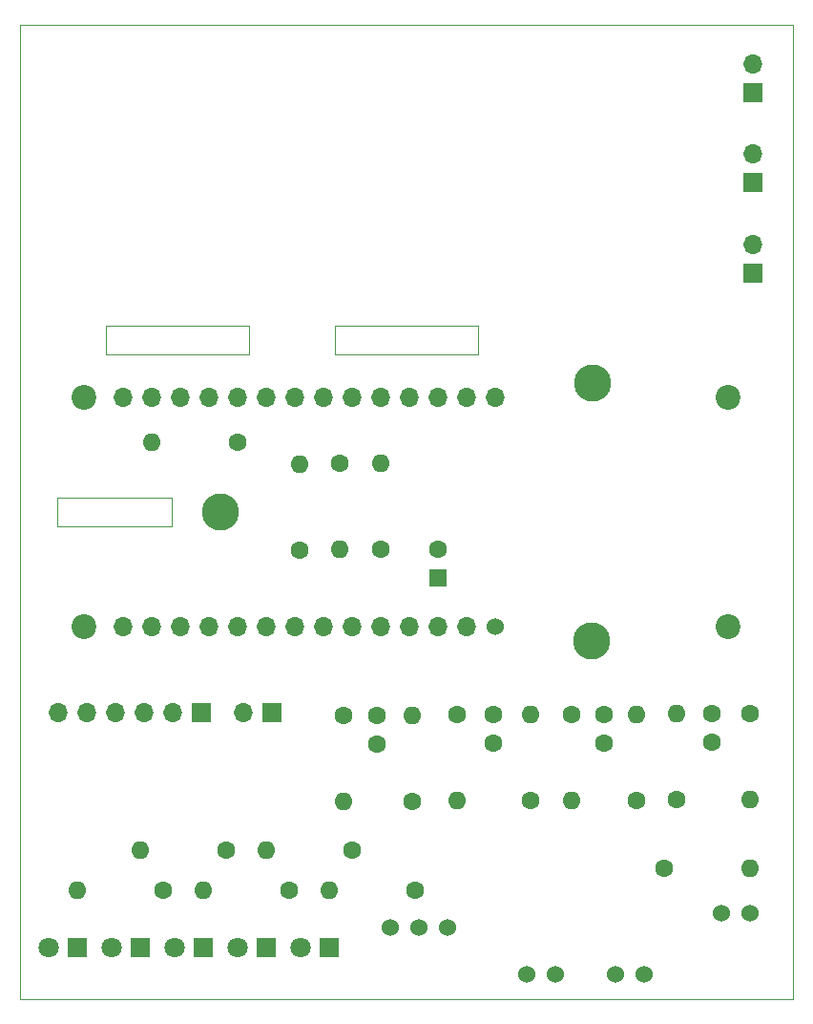
<source format=gts>
G04 #@! TF.GenerationSoftware,KiCad,Pcbnew,(5.1.4)-1*
G04 #@! TF.CreationDate,2019-12-10T14:52:46+01:00*
G04 #@! TF.ProjectId,e-p-wifi,652d702d-7769-4666-992e-6b696361645f,1.0*
G04 #@! TF.SameCoordinates,Original*
G04 #@! TF.FileFunction,Soldermask,Top*
G04 #@! TF.FilePolarity,Negative*
%FSLAX46Y46*%
G04 Gerber Fmt 4.6, Leading zero omitted, Abs format (unit mm)*
G04 Created by KiCad (PCBNEW (5.1.4)-1) date 2019-12-10 14:52:46*
%MOMM*%
%LPD*%
G04 APERTURE LIST*
%ADD10C,0.100000*%
%ADD11C,1.524000*%
%ADD12R,1.700000X1.700000*%
%ADD13O,1.700000X1.700000*%
%ADD14R,1.800000X1.800000*%
%ADD15C,1.800000*%
%ADD16C,2.200000*%
%ADD17C,1.600000*%
%ADD18R,1.600000X1.600000*%
%ADD19O,1.600000X1.600000*%
%ADD20C,3.300000*%
G04 APERTURE END LIST*
D10*
X45726000Y-52070000D02*
X45726000Y-54610000D01*
X33026000Y-52070000D02*
X33026000Y-54610000D01*
X33026000Y-52070000D02*
X45726000Y-52070000D01*
X33026000Y-54610000D02*
X45726000Y-54610000D01*
X53340000Y-54610000D02*
X53340000Y-52070000D01*
X66040000Y-52070000D02*
X66040000Y-54610000D01*
X53340000Y-52070000D02*
X66040000Y-52070000D01*
X53340000Y-54610000D02*
X66040000Y-54610000D01*
X28702000Y-69850000D02*
X38862000Y-69850000D01*
X38862000Y-67310000D02*
X28702000Y-67310000D01*
X28702000Y-67310000D02*
X28702000Y-69850000D01*
X25400000Y-111760000D02*
X93980000Y-111760000D01*
X93980000Y-25400000D02*
X93980000Y-111760000D01*
X25400000Y-25400000D02*
X25400000Y-111760000D01*
X38862000Y-67310000D02*
X38862000Y-69850000D01*
X25400000Y-25400000D02*
X93980000Y-25400000D01*
D11*
X60800000Y-105400000D03*
X58260000Y-105400000D03*
X63340000Y-105400000D03*
D12*
X41530000Y-86360000D03*
D13*
X38990000Y-86360000D03*
X36450000Y-86360000D03*
X33910000Y-86360000D03*
X31370000Y-86360000D03*
X28830000Y-86360000D03*
D14*
X47244000Y-107188000D03*
D15*
X44704000Y-107188000D03*
X27940000Y-107188000D03*
D14*
X30480000Y-107188000D03*
D16*
X88265000Y-58420000D03*
D17*
X77190000Y-89060000D03*
X77190000Y-86560000D03*
D12*
X90400000Y-31400000D03*
D13*
X90400000Y-28860000D03*
D12*
X90400000Y-47400000D03*
D13*
X90400000Y-44860000D03*
X45190000Y-86360000D03*
D12*
X47730000Y-86360000D03*
D18*
X62500000Y-74400000D03*
D17*
X62500000Y-71900000D03*
X86790000Y-86460000D03*
X86790000Y-88960000D03*
X67390000Y-86560000D03*
X67390000Y-89060000D03*
D14*
X36068000Y-107188000D03*
D15*
X33528000Y-107188000D03*
D14*
X41656000Y-107188000D03*
D15*
X39116000Y-107188000D03*
D17*
X57090000Y-89160000D03*
X57090000Y-86660000D03*
D15*
X50292000Y-107188000D03*
D14*
X52832000Y-107188000D03*
D13*
X90400000Y-36860000D03*
D12*
X90400000Y-39400000D03*
D17*
X50200000Y-72000000D03*
D19*
X50200000Y-64380000D03*
X90190000Y-94080000D03*
D17*
X90190000Y-86460000D03*
D19*
X64190000Y-94180000D03*
D17*
X64190000Y-86560000D03*
X53800000Y-64300000D03*
D19*
X53800000Y-71920000D03*
X36068000Y-98552000D03*
D17*
X43688000Y-98552000D03*
D19*
X60190000Y-86640000D03*
D17*
X60190000Y-94260000D03*
X70700000Y-94170000D03*
D19*
X70700000Y-86550000D03*
D17*
X60452000Y-102108000D03*
D19*
X52832000Y-102108000D03*
D17*
X74390000Y-86560000D03*
D19*
X74390000Y-94180000D03*
X47244000Y-98552000D03*
D17*
X54864000Y-98552000D03*
X49276000Y-102108000D03*
D19*
X41656000Y-102108000D03*
X90170000Y-100200000D03*
D17*
X82550000Y-100200000D03*
D19*
X80090000Y-86540000D03*
D17*
X80090000Y-94160000D03*
X57400000Y-71900000D03*
D19*
X57400000Y-64280000D03*
X30480000Y-102108000D03*
D17*
X38100000Y-102108000D03*
D13*
X67565000Y-58420000D03*
X65025000Y-78740000D03*
X65025000Y-58420000D03*
X62485000Y-78740000D03*
X62485000Y-58420000D03*
X59945000Y-78740000D03*
X59945000Y-58420000D03*
X57405000Y-78740000D03*
X57405000Y-58420000D03*
X54865000Y-78740000D03*
X54865000Y-58420000D03*
X52325000Y-78740000D03*
X52325000Y-58420000D03*
X49785000Y-78740000D03*
X49785000Y-58420000D03*
X47245000Y-78740000D03*
X47245000Y-58420000D03*
X44705000Y-78740000D03*
X44705000Y-58420000D03*
X42165000Y-78740000D03*
X42165000Y-58420000D03*
X39625000Y-78740000D03*
X39625000Y-58420000D03*
X37085000Y-78740000D03*
X37085000Y-58420000D03*
X34545000Y-78740000D03*
X34545000Y-58420000D03*
D11*
X67565000Y-78740000D03*
D19*
X37080000Y-62400000D03*
D17*
X44700000Y-62400000D03*
X83690000Y-94060000D03*
D19*
X83690000Y-86440000D03*
D20*
X43154600Y-68580000D03*
X76165000Y-80010000D03*
D16*
X31115000Y-78740000D03*
D20*
X76174600Y-57150000D03*
D16*
X31115000Y-58420000D03*
X88265000Y-78740000D03*
D17*
X54090000Y-86660000D03*
D19*
X54090000Y-94280000D03*
D11*
X87630000Y-104125000D03*
X90170000Y-104125000D03*
X80770000Y-109600000D03*
X78230000Y-109600000D03*
X70330000Y-109600000D03*
X72870000Y-109600000D03*
M02*

</source>
